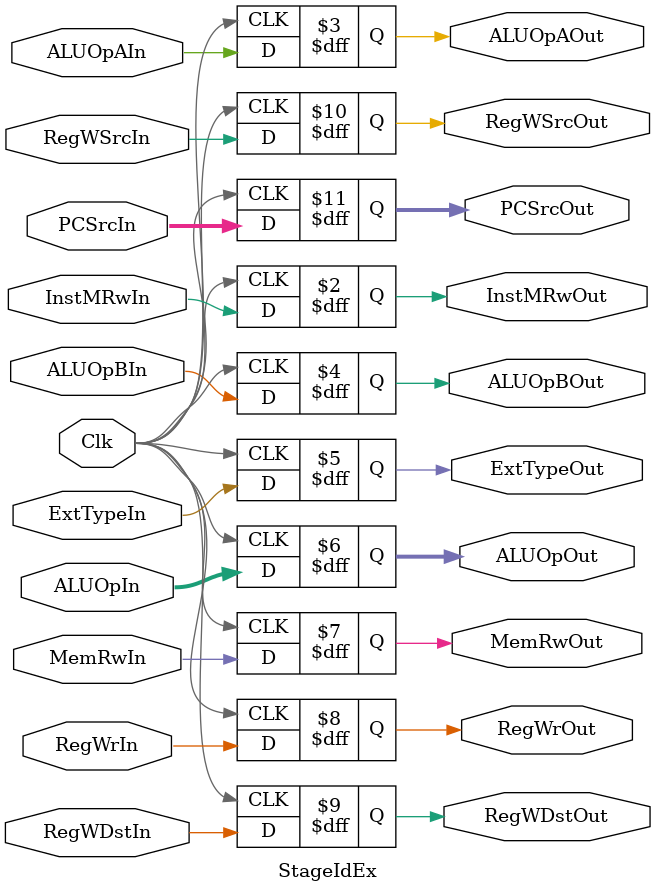
<source format=v>
module StageIdEx(input Clk,
                 input InstMRwIn,
                 input ALUOpAIn,
                 input ALUOpBIn,
                 input ExtTypeIn,
                 input [2:0] ALUOpIn,
                 input MemRwIn,
                 input RegWrIn,
                 input RegWDstIn,
                 input RegWSrcIn,
                 input [1:0] PCSrcIn,
                 output reg InstMRwOut,
                 output reg ALUOpAOut,
                 output reg ALUOpBOut,
                 output reg ExtTypeOut,
                 output reg [2:0] ALUOpOut,
                 output reg MemRwOut,
                 output reg RegWrOut,
                 output reg RegWDstOut,
                 output reg RegWSrcOut,
                 output reg [1:0] PCSrcOut,
                 );
    
    always @(negedge Clk) begin
        InstMRwOut <= InstMRwIn;
        ALUOpAOut  <= ALUOpAIn;
        ALUOpBOut  <= ALUOpBIn;
        ExtTypeOut <= ExtTypeIn;
        ALUOpOut   <= ALUOpIn;
        MemRwOut   <= MemRwIn;
        RegWrOut   <= RegWrIn;
        RegWDstOut <= RegWDstIn;
        RegWSrcOut <= RegWSrcIn;
        PCSrcOut   <= PCSrcIn;
    end
    
endmodule // StageIdEx

</source>
